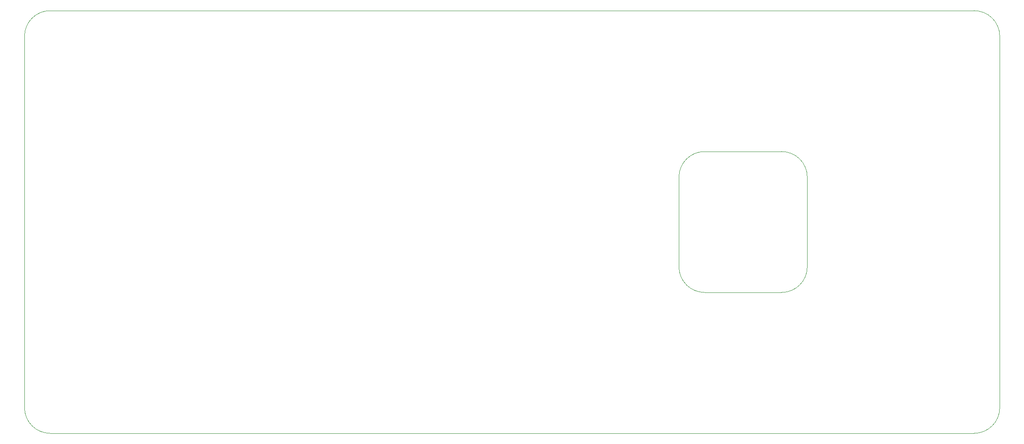
<source format=gbr>
G04 #@! TF.GenerationSoftware,KiCad,Pcbnew,8.0.6*
G04 #@! TF.CreationDate,2025-01-16T18:08:50-08:00*
G04 #@! TF.ProjectId,levitas,6c657669-7461-4732-9e6b-696361645f70,rev?*
G04 #@! TF.SameCoordinates,Original*
G04 #@! TF.FileFunction,Profile,NP*
%FSLAX46Y46*%
G04 Gerber Fmt 4.6, Leading zero omitted, Abs format (unit mm)*
G04 Created by KiCad (PCBNEW 8.0.6) date 2025-01-16 18:08:50*
%MOMM*%
%LPD*%
G01*
G04 APERTURE LIST*
G04 #@! TA.AperFunction,Profile*
%ADD10C,0.050000*%
G04 #@! TD*
G04 APERTURE END LIST*
D10*
X182880000Y-104140000D02*
X182880000Y-86360000D01*
X58420000Y-137160000D02*
G75*
G02*
X53340000Y-132080000I0J5080000D01*
G01*
X241300000Y-53340000D02*
G75*
G02*
X246380000Y-58420000I0J-5080000D01*
G01*
X187960000Y-109220000D02*
G75*
G02*
X182880000Y-104140000I0J5080000D01*
G01*
X187960000Y-81280000D02*
X203200000Y-81280000D01*
X203200000Y-81280000D02*
G75*
G02*
X208280000Y-86360000I0J-5080000D01*
G01*
X182880000Y-86360000D02*
G75*
G02*
X187960000Y-81280000I5080000J0D01*
G01*
X58420000Y-53340000D02*
X241300000Y-53340000D01*
X208280000Y-86360000D02*
X208280000Y-104140000D01*
X241300000Y-137160000D02*
X58420000Y-137160000D01*
X208280000Y-104140000D02*
G75*
G02*
X203200000Y-109220000I-5080000J0D01*
G01*
X246380000Y-58420000D02*
X246380000Y-132080000D01*
X203200000Y-109220000D02*
X187960000Y-109220000D01*
X53340000Y-58420000D02*
G75*
G02*
X58420000Y-53340000I5080000J0D01*
G01*
X53340000Y-58420000D02*
X53340000Y-132080000D01*
X246380000Y-132080000D02*
G75*
G02*
X241300000Y-137160000I-5080000J0D01*
G01*
M02*

</source>
